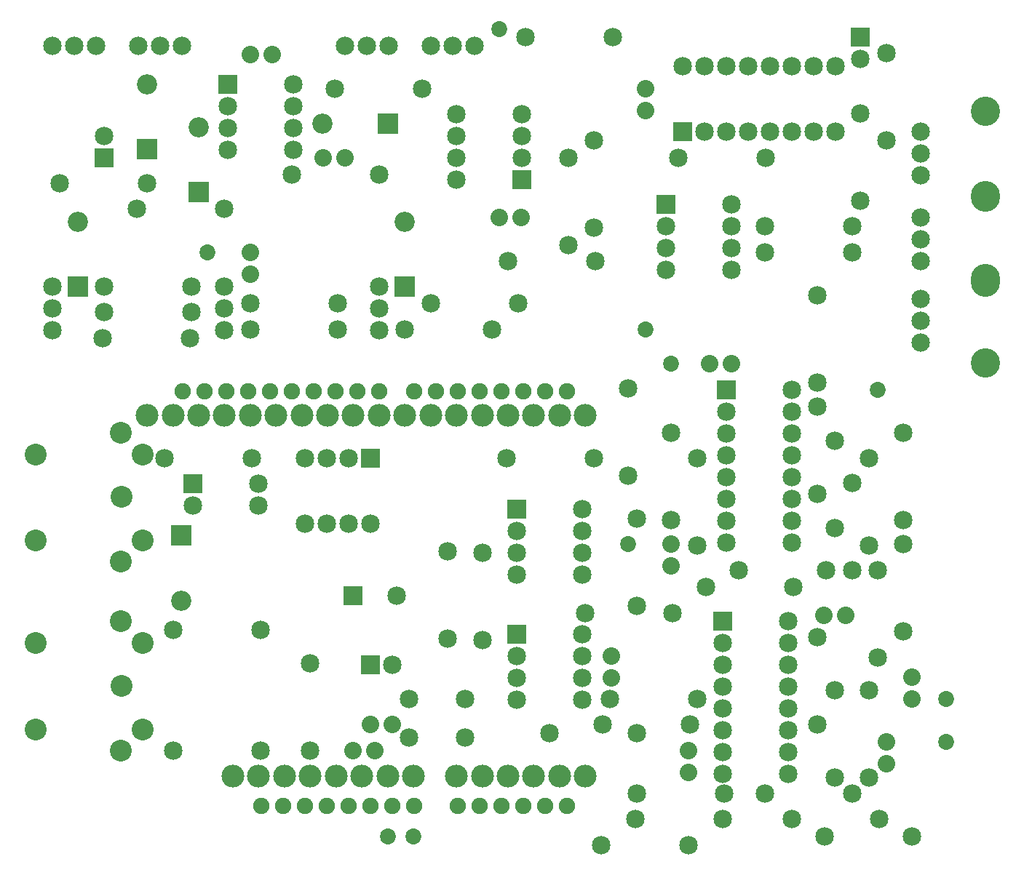
<source format=gbs>
G04 MADE WITH FRITZING*
G04 WWW.FRITZING.ORG*
G04 DOUBLE SIDED*
G04 HOLES PLATED*
G04 CONTOUR ON CENTER OF CONTOUR VECTOR*
%ASAXBY*%
%FSLAX23Y23*%
%MOIN*%
%OFA0B0*%
%SFA1.0B1.0*%
%ADD10C,0.072992*%
%ADD11C,0.085000*%
%ADD12C,0.084667*%
%ADD13C,0.084695*%
%ADD14C,0.092000*%
%ADD15C,0.080000*%
%ADD16C,0.134033*%
%ADD17C,0.100000*%
%ADD18C,0.075278*%
%ADD19C,0.104488*%
%ADD20R,0.085000X0.085000*%
%ADD21R,0.092000X0.092000*%
%ADD22R,0.001000X0.001000*%
%LNMASK0*%
G90*
G70*
G54D10*
X3056Y2302D03*
X2859Y1475D03*
X4001Y2184D03*
G54D11*
X2584Y3247D03*
X2584Y2847D03*
G54D10*
X930Y2814D03*
X2269Y3837D03*
X1875Y137D03*
X4316Y766D03*
X2938Y2459D03*
X4316Y570D03*
X1757Y137D03*
G54D12*
X615Y3759D03*
X715Y3759D03*
G54D13*
X815Y3759D03*
G54D11*
X458Y3247D03*
X458Y3347D03*
G54D14*
X654Y3286D03*
X654Y3584D03*
G54D11*
X654Y3129D03*
X254Y3129D03*
G54D12*
X221Y3759D03*
X321Y3759D03*
G54D13*
X421Y3759D03*
G54D14*
X1757Y3404D03*
X1459Y3404D03*
G54D11*
X1914Y3562D03*
X1514Y3562D03*
X2372Y3147D03*
X2072Y3147D03*
X2372Y3247D03*
X2072Y3247D03*
X2372Y3347D03*
X2072Y3347D03*
X2372Y3447D03*
X2072Y3447D03*
G54D12*
X1560Y3759D03*
X1660Y3759D03*
G54D13*
X1760Y3759D03*
G54D11*
X1717Y3168D03*
X1317Y3168D03*
G54D12*
X1954Y3759D03*
X2054Y3759D03*
G54D13*
X2154Y3759D03*
G54D11*
X2308Y2774D03*
X2708Y2774D03*
X2702Y3326D03*
X2702Y2926D03*
G54D15*
X2269Y2971D03*
X2369Y2971D03*
G54D11*
X3032Y3032D03*
X3332Y3032D03*
X3032Y2932D03*
X3332Y2932D03*
X3032Y2832D03*
X3332Y2832D03*
X3032Y2732D03*
X3332Y2732D03*
X3883Y2814D03*
X3483Y2814D03*
X3883Y2932D03*
X3483Y2932D03*
X3107Y3365D03*
X3107Y3665D03*
X3207Y3365D03*
X3207Y3665D03*
X3307Y3365D03*
X3307Y3665D03*
X3407Y3365D03*
X3407Y3665D03*
X3507Y3365D03*
X3507Y3665D03*
X3607Y3365D03*
X3607Y3665D03*
X3707Y3365D03*
X3707Y3665D03*
X3807Y3365D03*
X3807Y3665D03*
G54D12*
X4198Y3365D03*
X4198Y3265D03*
G54D13*
X4198Y3165D03*
G54D16*
X4493Y3459D03*
X4493Y3071D03*
G54D11*
X4040Y3326D03*
X4040Y3726D03*
G54D15*
X2938Y3562D03*
X2938Y3462D03*
G54D11*
X2387Y3798D03*
X2787Y3798D03*
X3922Y3050D03*
X3922Y3450D03*
X3922Y3798D03*
X3922Y3698D03*
X3489Y3247D03*
X3089Y3247D03*
X3307Y2184D03*
X3607Y2184D03*
X3307Y2084D03*
X3607Y2084D03*
X3307Y1984D03*
X3607Y1984D03*
X3307Y1884D03*
X3607Y1884D03*
X3307Y1784D03*
X3607Y1784D03*
X3307Y1684D03*
X3607Y1684D03*
X3307Y1584D03*
X3607Y1584D03*
X3307Y1484D03*
X3607Y1484D03*
X2111Y589D03*
X1855Y589D03*
X2111Y766D03*
X1855Y766D03*
X3292Y1124D03*
X3592Y1124D03*
X3292Y1024D03*
X3592Y1024D03*
X3292Y924D03*
X3592Y924D03*
X3292Y824D03*
X3592Y824D03*
X3292Y724D03*
X3592Y724D03*
X3292Y624D03*
X3592Y624D03*
X3292Y524D03*
X3592Y524D03*
X3292Y424D03*
X3592Y424D03*
X1402Y530D03*
X1402Y930D03*
G54D15*
X1678Y648D03*
X1778Y648D03*
G54D11*
X866Y1751D03*
X1166Y1751D03*
X866Y1651D03*
X1166Y1651D03*
G54D14*
X812Y1515D03*
X812Y1217D03*
G54D17*
X537Y1691D03*
X536Y1396D03*
X536Y1987D03*
X635Y1887D03*
X636Y1494D03*
X143Y1887D03*
X143Y1493D03*
X537Y825D03*
X536Y530D03*
X536Y1121D03*
X635Y1021D03*
X636Y627D03*
X143Y1021D03*
X143Y627D03*
G54D11*
X733Y1869D03*
X1133Y1869D03*
X2702Y1869D03*
X2302Y1869D03*
X773Y1081D03*
X1173Y1081D03*
X773Y530D03*
X1173Y530D03*
G54D18*
X2177Y277D03*
X2277Y277D03*
X2377Y277D03*
X2477Y277D03*
X2577Y277D03*
X1717Y2177D03*
X1617Y2177D03*
X1517Y2177D03*
X1417Y2177D03*
X1317Y2177D03*
X1217Y2177D03*
X1117Y2177D03*
X1017Y2177D03*
X917Y2177D03*
X817Y2177D03*
X2577Y2177D03*
X2477Y2177D03*
X2377Y2177D03*
X2277Y2177D03*
X2177Y2177D03*
X2077Y2177D03*
X1977Y2177D03*
X1877Y2177D03*
X1277Y277D03*
X1177Y277D03*
X1377Y277D03*
X1477Y277D03*
X1577Y277D03*
X1677Y277D03*
X1777Y277D03*
X1877Y277D03*
X2077Y277D03*
G54D11*
X1678Y1869D03*
X1678Y1569D03*
X1578Y1869D03*
X1578Y1569D03*
X1478Y1869D03*
X1478Y1569D03*
X1378Y1869D03*
X1378Y1569D03*
G54D15*
X1699Y530D03*
X1599Y530D03*
G54D19*
X2426Y2066D03*
X2190Y2066D03*
X2308Y2066D03*
X2662Y2066D03*
X2544Y2066D03*
X2072Y2066D03*
X1954Y2066D03*
G54D11*
X221Y2456D03*
X221Y2556D03*
X221Y2656D03*
G54D19*
X1836Y2066D03*
G54D11*
X1009Y2456D03*
X1009Y2556D03*
X1009Y2656D03*
G54D19*
X1717Y2066D03*
X1599Y2066D03*
G54D11*
X1717Y2456D03*
X1717Y2556D03*
X1717Y2656D03*
G54D19*
X1363Y2066D03*
X773Y2066D03*
G54D11*
X851Y2420D03*
X451Y2420D03*
G54D19*
X1127Y2066D03*
X1009Y2066D03*
G54D11*
X458Y2538D03*
X858Y2538D03*
G54D19*
X1245Y2066D03*
X891Y2066D03*
G54D11*
X1127Y2578D03*
X1527Y2578D03*
G54D19*
X1481Y2066D03*
X654Y2066D03*
G54D11*
X458Y2656D03*
X858Y2656D03*
G54D19*
X2426Y412D03*
X2544Y412D03*
G54D11*
X1127Y2459D03*
X1527Y2459D03*
G54D19*
X2190Y412D03*
X2662Y412D03*
G54D11*
X1954Y2578D03*
X2354Y2578D03*
G54D19*
X2308Y412D03*
X2072Y412D03*
G54D15*
X1127Y2714D03*
X1127Y2814D03*
G54D19*
X1875Y412D03*
X1639Y412D03*
X1521Y412D03*
G54D14*
X1836Y2656D03*
X1836Y2954D03*
G54D19*
X1757Y412D03*
G54D14*
X339Y2656D03*
X339Y2954D03*
G54D19*
X1284Y412D03*
G54D11*
X1836Y2459D03*
X2236Y2459D03*
G54D19*
X1402Y412D03*
X1166Y412D03*
G54D11*
X1024Y3583D03*
X1324Y3583D03*
X1024Y3483D03*
X1324Y3483D03*
X1024Y3383D03*
X1324Y3383D03*
X1024Y3283D03*
X1324Y3283D03*
G54D19*
X1048Y412D03*
G54D15*
X1560Y3247D03*
X1460Y3247D03*
X1127Y3719D03*
X1227Y3719D03*
G54D11*
X2347Y1636D03*
X2647Y1636D03*
X2347Y1536D03*
X2647Y1536D03*
X2347Y1436D03*
X2647Y1436D03*
X2347Y1336D03*
X2647Y1336D03*
G54D14*
X891Y3089D03*
X891Y3387D03*
G54D11*
X1009Y3011D03*
X609Y3011D03*
X2032Y1042D03*
X2032Y1442D03*
X2190Y1436D03*
X2190Y1036D03*
X3365Y1357D03*
X3765Y1357D03*
X2347Y1063D03*
X2647Y1063D03*
X2347Y963D03*
X2647Y963D03*
X2347Y863D03*
X2647Y863D03*
X2347Y763D03*
X2647Y763D03*
X3174Y766D03*
X2774Y766D03*
X2898Y609D03*
X2498Y609D03*
G54D15*
X2780Y963D03*
X2780Y863D03*
G54D11*
X1678Y924D03*
X1778Y924D03*
X3056Y1587D03*
X3056Y1987D03*
X1599Y1239D03*
X1799Y1239D03*
X2859Y1790D03*
X2859Y2190D03*
X2662Y1160D03*
X3062Y1160D03*
X2898Y1593D03*
X2898Y1193D03*
X3174Y1469D03*
X3174Y1869D03*
X2741Y648D03*
X3141Y648D03*
X4119Y1587D03*
X4119Y1987D03*
X2892Y215D03*
X3292Y215D03*
X3613Y1278D03*
X3213Y1278D03*
X2898Y333D03*
X3298Y333D03*
X3725Y1705D03*
X3725Y2105D03*
X3725Y648D03*
X3725Y1048D03*
X3804Y1548D03*
X3804Y1948D03*
X3483Y333D03*
X3883Y333D03*
X3883Y1757D03*
X3883Y1357D03*
X4007Y215D03*
X3607Y215D03*
X4119Y1075D03*
X4119Y1475D03*
X3758Y137D03*
X4158Y137D03*
X3961Y1469D03*
X3961Y1869D03*
X3961Y406D03*
X3961Y806D03*
G54D15*
X3854Y1149D03*
X3754Y1149D03*
X4040Y469D03*
X4040Y570D03*
G54D11*
X4001Y957D03*
X4001Y1357D03*
X3804Y406D03*
X3804Y806D03*
G54D15*
X3056Y1375D03*
X3056Y1475D03*
X3135Y430D03*
X3135Y530D03*
G54D12*
X4198Y2599D03*
X4198Y2499D03*
G54D13*
X4198Y2399D03*
G54D16*
X4493Y2693D03*
X4493Y2305D03*
G54D11*
X2735Y97D03*
X3135Y97D03*
G54D12*
X4198Y2971D03*
X4198Y2871D03*
G54D13*
X4198Y2771D03*
G54D16*
X4493Y3065D03*
X4493Y2677D03*
G54D11*
X3725Y2617D03*
X3725Y2217D03*
G54D15*
X4158Y867D03*
X4158Y766D03*
X3231Y2302D03*
X3332Y2302D03*
G54D20*
X458Y3247D03*
G54D21*
X654Y3285D03*
X1758Y3404D03*
G54D20*
X2372Y3147D03*
X3032Y3032D03*
X3107Y3365D03*
X3922Y3798D03*
X3307Y2184D03*
X3292Y1124D03*
X866Y1751D03*
G54D21*
X812Y1516D03*
G54D20*
X1678Y1869D03*
G54D21*
X1836Y2655D03*
X339Y2655D03*
G54D20*
X1024Y3583D03*
X2347Y1636D03*
G54D21*
X891Y3088D03*
G54D20*
X2347Y1063D03*
X1678Y924D03*
X1599Y1239D03*
G54D22*
D02*
G04 End of Mask0*
M02*
</source>
